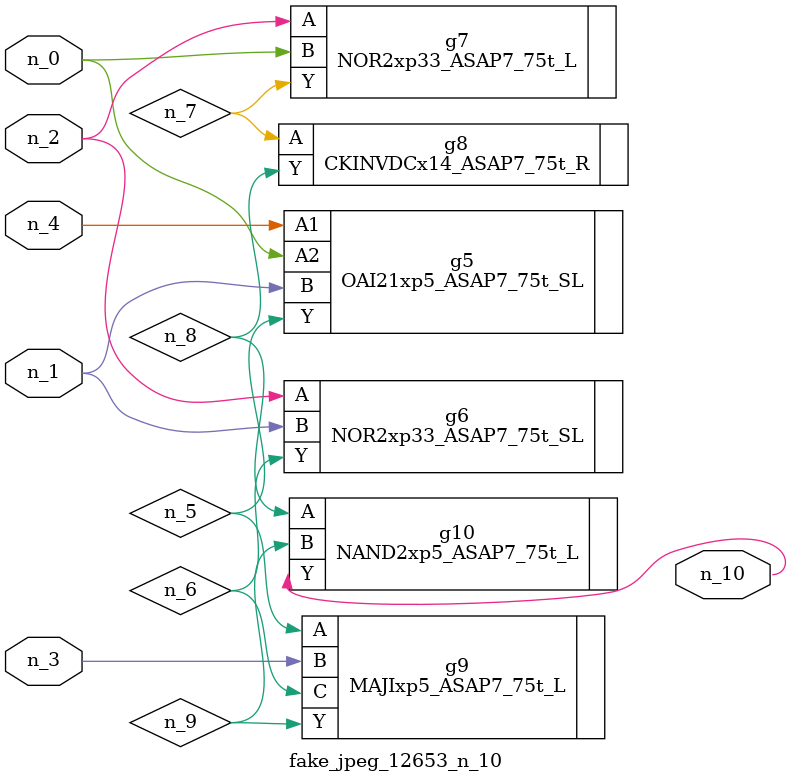
<source format=v>
module fake_jpeg_12653_n_10 (n_3, n_2, n_1, n_0, n_4, n_10);

input n_3;
input n_2;
input n_1;
input n_0;
input n_4;

output n_10;

wire n_8;
wire n_9;
wire n_6;
wire n_5;
wire n_7;

OAI21xp5_ASAP7_75t_SL g5 ( 
.A1(n_4),
.A2(n_0),
.B(n_1),
.Y(n_5)
);

NOR2xp33_ASAP7_75t_SL g6 ( 
.A(n_2),
.B(n_1),
.Y(n_6)
);

NOR2xp33_ASAP7_75t_L g7 ( 
.A(n_2),
.B(n_0),
.Y(n_7)
);

CKINVDCx14_ASAP7_75t_R g8 ( 
.A(n_7),
.Y(n_8)
);

NAND2xp5_ASAP7_75t_L g10 ( 
.A(n_8),
.B(n_9),
.Y(n_10)
);

MAJIxp5_ASAP7_75t_L g9 ( 
.A(n_5),
.B(n_3),
.C(n_6),
.Y(n_9)
);


endmodule
</source>
